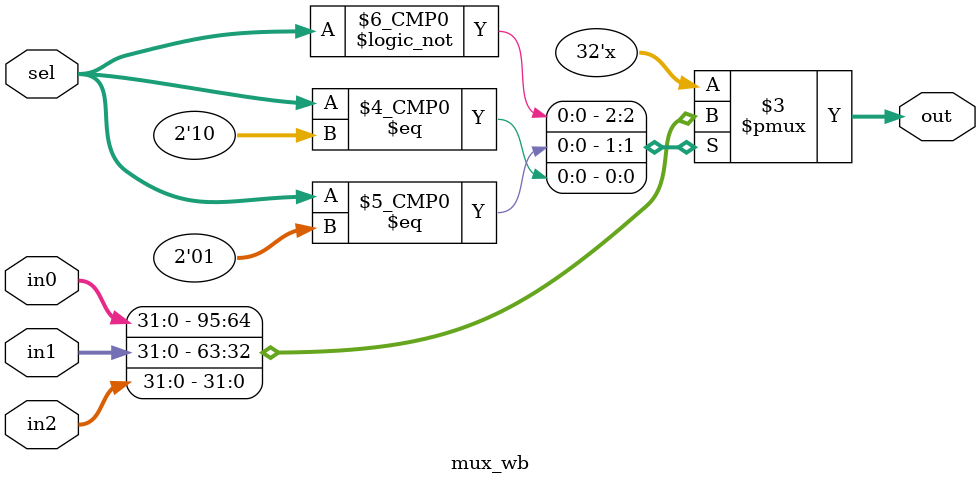
<source format=sv>
module mux_wb(in0, in1, in2, sel, out);
parameter DATA_WIDTH = 32;
parameter SEL_WIDTH = 2;
input [DATA_WIDTH-1:0] in0, in1, in2;
input [SEL_WIDTH-1:0] sel;
output reg [DATA_WIDTH-1:0] out;

always @(*) begin
/* verilator lint_off CASEINCOMPLETE */
    case(sel)
        2'b00: out = in0; // DMEM
        2'b01: out = in1; // ALU
        2'b10: out = in2; // PC+4  
    endcase  
/* verilator lint_off CASEINCOMPLETE */
end

endmodule

</source>
